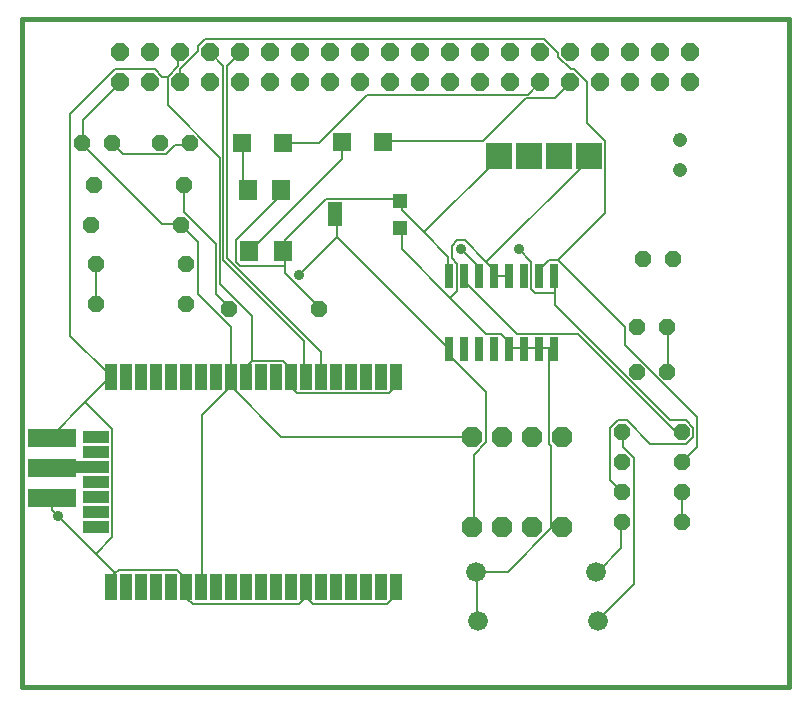
<source format=gtl>
G75*
%MOIN*%
%OFA0B0*%
%FSLAX25Y25*%
%IPPOS*%
%LPD*%
%AMOC8*
5,1,8,0,0,1.08239X$1,22.5*
%
%ADD10C,0.01600*%
%ADD11R,0.16000X0.06000*%
%ADD12OC8,0.06000*%
%ADD13R,0.04000X0.08858*%
%ADD14R,0.08858X0.04000*%
%ADD15R,0.05906X0.05906*%
%ADD16R,0.06299X0.07098*%
%ADD17R,0.08600X0.08600*%
%ADD18R,0.02600X0.08000*%
%ADD19R,0.05118X0.05118*%
%ADD20R,0.05118X0.07874*%
%ADD21OC8,0.05200*%
%ADD22C,0.06600*%
%ADD23OC8,0.06800*%
%ADD24C,0.04756*%
%ADD25C,0.04000*%
%ADD26C,0.00600*%
%ADD27C,0.03600*%
D10*
X0001800Y0001800D02*
X0001800Y0224241D01*
X0257706Y0224241D01*
X0257706Y0001800D01*
X0001800Y0001800D01*
D11*
X0011800Y0064635D03*
X0011800Y0074635D03*
X0011800Y0084635D03*
D12*
X0034556Y0203375D03*
X0044556Y0203375D03*
X0054556Y0203375D03*
X0064556Y0203375D03*
X0074556Y0203375D03*
X0084556Y0203375D03*
X0094556Y0203375D03*
X0104556Y0203375D03*
X0114556Y0203375D03*
X0124556Y0203375D03*
X0134556Y0203375D03*
X0144556Y0203375D03*
X0154556Y0203375D03*
X0164556Y0203375D03*
X0174556Y0203375D03*
X0184556Y0203375D03*
X0194556Y0203375D03*
X0204556Y0203375D03*
X0214556Y0203375D03*
X0224556Y0203375D03*
X0224556Y0213375D03*
X0214556Y0213375D03*
X0204556Y0213375D03*
X0194556Y0213375D03*
X0184556Y0213375D03*
X0174556Y0213375D03*
X0164556Y0213375D03*
X0154556Y0213375D03*
X0144556Y0213375D03*
X0134556Y0213375D03*
X0124556Y0213375D03*
X0114556Y0213375D03*
X0104556Y0213375D03*
X0094556Y0213375D03*
X0084556Y0213375D03*
X0074556Y0213375D03*
X0064556Y0213375D03*
X0054556Y0213375D03*
X0044556Y0213375D03*
X0034556Y0213375D03*
D13*
X0036406Y0105028D03*
X0031406Y0105028D03*
X0041406Y0105028D03*
X0046406Y0105028D03*
X0051406Y0105028D03*
X0056406Y0105028D03*
X0061406Y0105028D03*
X0066406Y0105028D03*
X0071406Y0105028D03*
X0076406Y0105028D03*
X0081406Y0105028D03*
X0086406Y0105028D03*
X0091406Y0105028D03*
X0096406Y0105028D03*
X0101406Y0105028D03*
X0106406Y0105028D03*
X0111406Y0105028D03*
X0116406Y0105028D03*
X0121406Y0105028D03*
X0126406Y0105028D03*
X0126406Y0035028D03*
X0121406Y0035028D03*
X0116406Y0035028D03*
X0111406Y0035028D03*
X0106406Y0035028D03*
X0101406Y0035028D03*
X0096406Y0035028D03*
X0091406Y0035028D03*
X0086406Y0035028D03*
X0081406Y0035028D03*
X0076406Y0035028D03*
X0071406Y0035028D03*
X0066406Y0035028D03*
X0061406Y0035028D03*
X0056406Y0035028D03*
X0051406Y0035028D03*
X0046406Y0035028D03*
X0041406Y0035028D03*
X0036406Y0035028D03*
X0031406Y0035028D03*
D14*
X0026406Y0055028D03*
X0026406Y0060028D03*
X0026406Y0065028D03*
X0026406Y0070028D03*
X0026406Y0075028D03*
X0026406Y0080028D03*
X0026406Y0085028D03*
D15*
X0075186Y0182902D03*
X0088965Y0182902D03*
X0108611Y0183296D03*
X0122391Y0183296D03*
D16*
X0088343Y0167430D03*
X0077146Y0167430D03*
X0077619Y0146957D03*
X0088816Y0146957D03*
D17*
X0160855Y0178591D03*
X0170855Y0178591D03*
X0180855Y0178591D03*
X0190855Y0178591D03*
D18*
X0179300Y0138624D03*
X0174300Y0138624D03*
X0169300Y0138624D03*
X0164300Y0138624D03*
X0159300Y0138624D03*
X0154300Y0138624D03*
X0149300Y0138624D03*
X0144300Y0138624D03*
X0144300Y0114424D03*
X0149300Y0114424D03*
X0154300Y0114424D03*
X0159300Y0114424D03*
X0164300Y0114424D03*
X0169300Y0114424D03*
X0174300Y0114424D03*
X0179300Y0114424D03*
D19*
X0127863Y0154831D03*
X0127863Y0163887D03*
D20*
X0106209Y0159359D03*
D21*
X0100816Y0127824D03*
X0070816Y0127824D03*
X0056721Y0129517D03*
X0056524Y0142745D03*
X0054950Y0155658D03*
X0055737Y0168965D03*
X0057863Y0182902D03*
X0047863Y0182902D03*
X0032036Y0182942D03*
X0022036Y0182942D03*
X0025737Y0168965D03*
X0024950Y0155658D03*
X0026524Y0142745D03*
X0026721Y0129517D03*
X0201800Y0086800D03*
X0201800Y0076800D03*
X0201800Y0066800D03*
X0201800Y0056800D03*
X0221800Y0056800D03*
X0221800Y0066800D03*
X0221800Y0076800D03*
X0221800Y0086800D03*
X0216800Y0106800D03*
X0206800Y0106800D03*
X0206800Y0121800D03*
X0216800Y0121800D03*
X0218965Y0144359D03*
X0208965Y0144359D03*
D22*
X0193335Y0039950D03*
X0193729Y0023769D03*
X0153729Y0023769D03*
X0153335Y0039950D03*
D23*
X0152036Y0054989D03*
X0162036Y0054989D03*
X0172036Y0054989D03*
X0182036Y0054989D03*
X0182036Y0084989D03*
X0172036Y0084989D03*
X0162036Y0084989D03*
X0152036Y0084989D03*
D24*
X0221131Y0174083D03*
X0221131Y0184083D03*
D25*
X0026406Y0075028D02*
X0011800Y0074635D01*
D26*
X0011800Y0064635D02*
X0012000Y0064200D01*
X0012000Y0060600D01*
X0013800Y0058800D01*
X0026400Y0046200D01*
X0031800Y0051600D01*
X0031800Y0087600D01*
X0022800Y0096600D01*
X0031200Y0105000D01*
X0031406Y0105028D01*
X0031200Y0105600D01*
X0018000Y0118800D01*
X0018000Y0192600D01*
X0033000Y0207600D01*
X0046200Y0207600D01*
X0048600Y0205200D01*
X0050400Y0205200D01*
X0050400Y0195600D01*
X0067800Y0178200D01*
X0067800Y0136200D01*
X0078600Y0125400D01*
X0078600Y0110400D01*
X0088800Y0110400D01*
X0091200Y0108000D01*
X0091200Y0105600D01*
X0091406Y0105028D01*
X0091800Y0105000D01*
X0091800Y0101400D01*
X0093600Y0099600D01*
X0124200Y0099600D01*
X0126000Y0101400D01*
X0126000Y0105000D01*
X0126406Y0105028D01*
X0144600Y0112200D02*
X0144600Y0114000D01*
X0144300Y0114424D01*
X0144000Y0114600D01*
X0106800Y0151800D01*
X0094200Y0139200D01*
X0089400Y0139800D02*
X0089400Y0142200D01*
X0074400Y0142200D01*
X0073200Y0143400D01*
X0073200Y0150600D01*
X0088200Y0165600D01*
X0088200Y0167400D01*
X0088343Y0167430D01*
X0077146Y0167430D02*
X0076800Y0168000D01*
X0075600Y0169200D01*
X0075600Y0182400D01*
X0075186Y0182902D01*
X0088965Y0182902D02*
X0089400Y0183000D01*
X0100800Y0183000D01*
X0117000Y0199200D01*
X0170400Y0199200D01*
X0174000Y0202800D01*
X0174556Y0203375D01*
X0169800Y0198000D02*
X0179400Y0198000D01*
X0184200Y0202800D01*
X0184556Y0203375D01*
X0184800Y0207600D02*
X0186000Y0207600D01*
X0190200Y0203400D01*
X0190200Y0189600D01*
X0196200Y0183600D01*
X0196200Y0159600D01*
X0180600Y0144000D01*
X0202800Y0121800D01*
X0202800Y0115800D01*
X0226800Y0091800D01*
X0226800Y0081600D01*
X0222000Y0076800D01*
X0221800Y0076800D01*
X0223200Y0082800D02*
X0211200Y0082800D01*
X0203400Y0090600D01*
X0200400Y0090600D01*
X0198000Y0088200D01*
X0198000Y0070800D01*
X0201600Y0067200D01*
X0201800Y0066800D01*
X0201800Y0056800D02*
X0201600Y0056400D01*
X0201600Y0048000D01*
X0193800Y0040200D01*
X0193335Y0039950D01*
X0205800Y0036000D02*
X0193800Y0024000D01*
X0193729Y0023769D01*
X0205800Y0036000D02*
X0205800Y0078000D01*
X0202200Y0081600D01*
X0202200Y0086400D01*
X0201800Y0086800D01*
X0217800Y0090600D02*
X0223200Y0090600D01*
X0225600Y0088200D01*
X0225600Y0085200D01*
X0223200Y0082800D01*
X0221800Y0086800D02*
X0221400Y0087000D01*
X0219600Y0087000D01*
X0187200Y0119400D01*
X0166800Y0119400D01*
X0149400Y0136800D01*
X0149400Y0138600D01*
X0149300Y0138624D01*
X0144300Y0138624D02*
X0144000Y0139200D01*
X0144000Y0145200D01*
X0135600Y0153600D01*
X0136200Y0153600D01*
X0160800Y0178200D01*
X0160855Y0178591D01*
X0155400Y0183600D02*
X0169800Y0198000D01*
X0180600Y0211800D02*
X0184800Y0207600D01*
X0180600Y0211800D02*
X0180600Y0213000D01*
X0175800Y0217800D01*
X0063000Y0217800D01*
X0060600Y0215400D01*
X0060600Y0213600D01*
X0054600Y0207600D01*
X0054600Y0203400D01*
X0054556Y0203375D01*
X0050400Y0205200D02*
X0054000Y0208800D01*
X0054000Y0213000D01*
X0054556Y0213375D01*
X0064556Y0213375D02*
X0064800Y0213000D01*
X0069000Y0208800D01*
X0069000Y0144000D01*
X0096000Y0117000D01*
X0096000Y0105600D01*
X0096406Y0105028D01*
X0101406Y0105028D02*
X0101400Y0105600D01*
X0101400Y0113400D01*
X0070200Y0144600D01*
X0070200Y0208800D01*
X0074400Y0213000D01*
X0074556Y0213375D01*
X0034556Y0203375D02*
X0034200Y0202800D01*
X0022200Y0190800D01*
X0022200Y0183000D01*
X0022036Y0182942D01*
X0022200Y0182400D01*
X0048600Y0156000D01*
X0054600Y0156000D01*
X0054950Y0155658D01*
X0055200Y0155400D01*
X0060600Y0150000D01*
X0060600Y0132600D01*
X0071400Y0121800D01*
X0071400Y0105600D01*
X0071406Y0105028D01*
X0071400Y0102000D01*
X0088200Y0085200D01*
X0151800Y0085200D01*
X0152036Y0084989D01*
X0156600Y0083400D02*
X0156600Y0100200D01*
X0144600Y0112200D01*
X0156600Y0119400D02*
X0161400Y0119400D01*
X0163800Y0117000D01*
X0163800Y0114600D01*
X0164300Y0114424D01*
X0164400Y0114600D01*
X0169200Y0114600D01*
X0169300Y0114424D01*
X0169800Y0114600D01*
X0174000Y0114600D01*
X0174300Y0114424D01*
X0174600Y0114600D01*
X0177600Y0114600D01*
X0177600Y0082800D01*
X0178200Y0082200D01*
X0178200Y0054600D01*
X0163800Y0040200D01*
X0153600Y0040200D01*
X0153335Y0039950D01*
X0153600Y0039600D01*
X0153600Y0024000D01*
X0153729Y0023769D01*
X0126406Y0035028D02*
X0126000Y0034800D01*
X0126000Y0031800D01*
X0123600Y0029400D01*
X0099000Y0029400D01*
X0096600Y0031800D01*
X0096406Y0035028D01*
X0096600Y0034800D01*
X0096600Y0031800D01*
X0094200Y0029400D01*
X0058800Y0029400D01*
X0057000Y0031200D01*
X0057000Y0034800D01*
X0056406Y0035028D01*
X0056400Y0035400D01*
X0056400Y0037800D01*
X0053400Y0040800D01*
X0034200Y0040800D01*
X0033000Y0039600D01*
X0026400Y0046200D01*
X0033000Y0039600D02*
X0031800Y0038400D01*
X0031800Y0035400D01*
X0031406Y0035028D01*
X0061406Y0035028D02*
X0061800Y0035400D01*
X0061800Y0092400D01*
X0071400Y0102000D01*
X0071400Y0105000D01*
X0071406Y0105028D01*
X0076406Y0105028D02*
X0076800Y0105600D01*
X0076800Y0108600D01*
X0078600Y0110400D01*
X0070816Y0127824D02*
X0070800Y0128400D01*
X0066600Y0132600D01*
X0066600Y0149400D01*
X0055800Y0160200D01*
X0055800Y0168600D01*
X0055737Y0168965D01*
X0049800Y0179400D02*
X0035400Y0179400D01*
X0032400Y0182400D01*
X0032036Y0182942D01*
X0049800Y0179400D02*
X0052800Y0182400D01*
X0057600Y0182400D01*
X0057863Y0182902D01*
X0089400Y0150600D02*
X0103200Y0164400D01*
X0127800Y0164400D01*
X0127863Y0163887D01*
X0128400Y0163800D01*
X0128400Y0160800D01*
X0135600Y0153600D01*
X0128400Y0154800D02*
X0127863Y0154831D01*
X0128400Y0154800D02*
X0128400Y0147600D01*
X0144600Y0131400D01*
X0147000Y0133800D01*
X0147000Y0142800D01*
X0145200Y0144600D01*
X0145200Y0148800D01*
X0147000Y0150600D01*
X0149400Y0150600D01*
X0156600Y0143400D01*
X0191400Y0178200D01*
X0190855Y0178591D01*
X0155400Y0183600D02*
X0122400Y0183600D01*
X0122391Y0183296D01*
X0108611Y0183296D02*
X0108600Y0183000D01*
X0108600Y0177600D01*
X0078000Y0147000D01*
X0077619Y0146957D01*
X0088816Y0146957D02*
X0089400Y0147000D01*
X0089400Y0150600D01*
X0088816Y0146957D02*
X0089400Y0146400D01*
X0089400Y0142200D01*
X0089400Y0139800D02*
X0100800Y0128400D01*
X0100816Y0127824D01*
X0106800Y0151800D02*
X0106800Y0159000D01*
X0106209Y0159359D01*
X0144600Y0131400D02*
X0156600Y0119400D01*
X0171600Y0134400D02*
X0172800Y0133200D01*
X0179400Y0133200D01*
X0179400Y0138600D01*
X0179300Y0138624D01*
X0174600Y0139200D02*
X0174600Y0141000D01*
X0177600Y0144000D01*
X0180600Y0144000D01*
X0174600Y0139200D02*
X0174300Y0138624D01*
X0171600Y0134400D02*
X0171600Y0143400D01*
X0167400Y0147600D01*
X0159000Y0141000D02*
X0156600Y0143400D01*
X0154200Y0141600D02*
X0148200Y0147600D01*
X0154200Y0141600D02*
X0154200Y0139200D01*
X0154300Y0138624D01*
X0159000Y0139200D02*
X0159000Y0141000D01*
X0159000Y0139200D02*
X0159300Y0138624D01*
X0159600Y0138600D01*
X0163800Y0138600D01*
X0164300Y0138624D01*
X0179400Y0133200D02*
X0179400Y0129000D01*
X0217800Y0090600D01*
X0217200Y0106800D02*
X0216800Y0106800D01*
X0217200Y0106800D02*
X0217200Y0121800D01*
X0216800Y0121800D01*
X0179300Y0114424D02*
X0178800Y0114600D01*
X0177600Y0114600D01*
X0156600Y0083400D02*
X0152400Y0079200D01*
X0152400Y0055200D01*
X0152036Y0054989D01*
X0178200Y0054600D02*
X0181800Y0054600D01*
X0182036Y0054989D01*
X0221800Y0056800D02*
X0222000Y0057000D01*
X0222000Y0066600D01*
X0221800Y0066800D01*
X0026721Y0129517D02*
X0026400Y0129600D01*
X0026400Y0142200D01*
X0026524Y0142745D01*
X0022800Y0096600D02*
X0011400Y0085200D01*
X0011800Y0084635D01*
D27*
X0013800Y0058800D03*
X0094200Y0139200D03*
X0148200Y0147600D03*
X0167400Y0147600D03*
M02*

</source>
